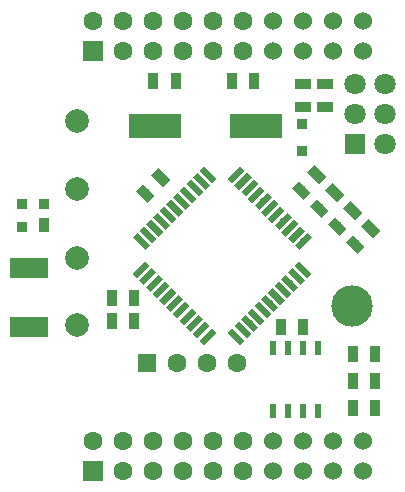
<source format=gbr>
G04 #@! TF.GenerationSoftware,KiCad,Pcbnew,5.0.0-fee4fd1~66~ubuntu16.04.1*
G04 #@! TF.CreationDate,2018-09-24T17:33:27+02:00*
G04 #@! TF.ProjectId,bus-module_atmega324,6275732D6D6F64756C655F61746D6567,B*
G04 #@! TF.SameCoordinates,Original*
G04 #@! TF.FileFunction,Soldermask,Top*
G04 #@! TF.FilePolarity,Negative*
%FSLAX46Y46*%
G04 Gerber Fmt 4.6, Leading zero omitted, Abs format (unit mm)*
G04 Created by KiCad (PCBNEW 5.0.0-fee4fd1~66~ubuntu16.04.1) date Mon Sep 24 17:33:27 2018*
%MOMM*%
%LPD*%
G01*
G04 APERTURE LIST*
%ADD10C,1.800000*%
%ADD11R,1.800000X1.800000*%
%ADD12R,0.508000X1.143000*%
%ADD13C,0.850000*%
%ADD14C,0.100000*%
%ADD15R,0.850000X0.850000*%
%ADD16R,0.850000X1.200000*%
%ADD17C,2.000000*%
%ADD18R,3.200400X1.780540*%
%ADD19C,1.600000*%
%ADD20R,1.600000X1.600000*%
%ADD21R,1.397000X0.889000*%
%ADD22R,0.889000X1.397000*%
%ADD23C,0.889000*%
%ADD24R,0.914400X0.914400*%
%ADD25R,4.500880X1.998980*%
%ADD26R,1.651000X1.651000*%
%ADD27C,1.600200*%
%ADD28C,1.524000*%
%ADD29C,3.500000*%
%ADD30C,0.550000*%
G04 APERTURE END LIST*
D10*
G04 #@! TO.C,J3*
X113290000Y-86262500D03*
X110750000Y-86262500D03*
X113290000Y-88802500D03*
X110750000Y-88802500D03*
X113290000Y-91342500D03*
D11*
X110750000Y-91342500D03*
G04 #@! TD*
D12*
G04 #@! TO.C,U3*
X103845000Y-108583000D03*
X105115000Y-108583000D03*
X106385000Y-108583000D03*
X103845000Y-113917000D03*
X105115000Y-113917000D03*
X106385000Y-113917000D03*
X107655000Y-108583000D03*
X107655000Y-113917000D03*
G04 #@! TD*
D13*
G04 #@! TO.C,D2*
X82540000Y-98307500D03*
D14*
G36*
X82965000Y-98732500D02*
X82115000Y-98732500D01*
X82115000Y-97882500D01*
X82965000Y-97882500D01*
X82965000Y-98732500D01*
X82965000Y-98732500D01*
G37*
D15*
X82540000Y-96407500D03*
X84440000Y-96407500D03*
D16*
X84440000Y-98127120D03*
G04 #@! TD*
D17*
G04 #@! TO.C,J8*
X87170000Y-89352500D03*
G04 #@! TD*
G04 #@! TO.C,J7*
X87170000Y-95152500D03*
G04 #@! TD*
G04 #@! TO.C,J6*
X87170000Y-100952500D03*
G04 #@! TD*
G04 #@! TO.C,J5*
X87170000Y-106652500D03*
G04 #@! TD*
D18*
G04 #@! TO.C,F1*
X83109000Y-106831700D03*
X83109000Y-101827900D03*
G04 #@! TD*
D19*
G04 #@! TO.C,U6*
X100762000Y-109803500D03*
X98222000Y-109803500D03*
X95682000Y-109803500D03*
D20*
X93142000Y-109803500D03*
G04 #@! TD*
D21*
G04 #@! TO.C,R6*
X106350000Y-88150000D03*
X106350000Y-86245000D03*
G04 #@! TD*
D22*
G04 #@! TO.C,R1*
X110547500Y-109041500D03*
X112452500Y-109041500D03*
G04 #@! TD*
G04 #@! TO.C,R5*
X110547500Y-111327500D03*
X112452500Y-111327500D03*
G04 #@! TD*
G04 #@! TO.C,L1*
X92062500Y-104342500D03*
X90157500Y-104342500D03*
G04 #@! TD*
D23*
G04 #@! TO.C,R4*
X109055519Y-95413981D03*
D14*
G36*
X109235124Y-96222204D02*
X108247296Y-95234376D01*
X108875914Y-94605758D01*
X109863742Y-95593586D01*
X109235124Y-96222204D01*
X109235124Y-96222204D01*
G37*
D23*
X107708481Y-96761019D03*
D14*
G36*
X107888086Y-97569242D02*
X106900258Y-96581414D01*
X107528876Y-95952796D01*
X108516704Y-96940624D01*
X107888086Y-97569242D01*
X107888086Y-97569242D01*
G37*
G04 #@! TD*
D23*
G04 #@! TO.C,R2*
X110579519Y-96937981D03*
D14*
G36*
X110759124Y-97746204D02*
X109771296Y-96758376D01*
X110399914Y-96129758D01*
X111387742Y-97117586D01*
X110759124Y-97746204D01*
X110759124Y-97746204D01*
G37*
D23*
X109232481Y-98285019D03*
D14*
G36*
X109412086Y-99093242D02*
X108424258Y-98105414D01*
X109052876Y-97476796D01*
X110040704Y-98464624D01*
X109412086Y-99093242D01*
X109412086Y-99093242D01*
G37*
G04 #@! TD*
D23*
G04 #@! TO.C,R3*
X112103519Y-98461981D03*
D14*
G36*
X112283124Y-99270204D02*
X111295296Y-98282376D01*
X111923914Y-97653758D01*
X112911742Y-98641586D01*
X112283124Y-99270204D01*
X112283124Y-99270204D01*
G37*
D23*
X110756481Y-99809019D03*
D14*
G36*
X110936086Y-100617242D02*
X109948258Y-99629414D01*
X110576876Y-99000796D01*
X111564704Y-99988624D01*
X110936086Y-100617242D01*
X110936086Y-100617242D01*
G37*
G04 #@! TD*
D23*
G04 #@! TO.C,C3*
X106184481Y-95237019D03*
D14*
G36*
X106004876Y-94428796D02*
X106992704Y-95416624D01*
X106364086Y-96045242D01*
X105376258Y-95057414D01*
X106004876Y-94428796D01*
X106004876Y-94428796D01*
G37*
D23*
X107531519Y-93889981D03*
D14*
G36*
X107351914Y-93081758D02*
X108339742Y-94069586D01*
X107711124Y-94698204D01*
X106723296Y-93710376D01*
X107351914Y-93081758D01*
X107351914Y-93081758D01*
G37*
G04 #@! TD*
D23*
G04 #@! TO.C,C4*
X92976481Y-95491019D03*
D14*
G36*
X92796876Y-94682796D02*
X93784704Y-95670624D01*
X93156086Y-96299242D01*
X92168258Y-95311414D01*
X92796876Y-94682796D01*
X92796876Y-94682796D01*
G37*
D23*
X94323519Y-94143981D03*
D14*
G36*
X94143914Y-93335758D02*
X95131742Y-94323586D01*
X94503124Y-94952204D01*
X93515296Y-93964376D01*
X94143914Y-93335758D01*
X94143914Y-93335758D01*
G37*
G04 #@! TD*
D22*
G04 #@! TO.C,C5*
X106352500Y-106800000D03*
X104447500Y-106800000D03*
G04 #@! TD*
G04 #@! TO.C,C6*
X112452500Y-113613500D03*
X110547500Y-113613500D03*
G04 #@! TD*
G04 #@! TO.C,C7*
X92062500Y-106247500D03*
X90157500Y-106247500D03*
G04 #@! TD*
D24*
G04 #@! TO.C,D1*
X106250000Y-91929520D03*
X106250000Y-89577480D03*
G04 #@! TD*
D21*
G04 #@! TO.C,C8*
X108250000Y-86245000D03*
X108250000Y-88150000D03*
G04 #@! TD*
D25*
G04 #@! TO.C,U2*
X93845580Y-89737500D03*
X102344420Y-89737500D03*
G04 #@! TD*
D22*
G04 #@! TO.C,C2*
X93650000Y-85927500D03*
X95555000Y-85927500D03*
G04 #@! TD*
G04 #@! TO.C,C1*
X102222500Y-85927500D03*
X100317500Y-85927500D03*
G04 #@! TD*
D26*
G04 #@! TO.C,J1*
X88570000Y-83387500D03*
D27*
X88570000Y-80847500D03*
X91110000Y-83387500D03*
X91110000Y-80847500D03*
X93650000Y-83387500D03*
X93650000Y-80847500D03*
X96190000Y-83387500D03*
X96190000Y-80847500D03*
X98730000Y-83387500D03*
X98730000Y-80847500D03*
X101270000Y-83387500D03*
X101270000Y-80847500D03*
D28*
X103810000Y-83387500D03*
X103810000Y-80847500D03*
X106350000Y-83387500D03*
X106350000Y-80847500D03*
X108890000Y-83387500D03*
X108890000Y-80847500D03*
X111430000Y-83387500D03*
X111430000Y-80847500D03*
G04 #@! TD*
D26*
G04 #@! TO.C,J2*
X88570000Y-118947500D03*
D27*
X88570000Y-116407500D03*
X91110000Y-118947500D03*
X91110000Y-116407500D03*
X93650000Y-118947500D03*
X93650000Y-116407500D03*
X96190000Y-118947500D03*
X96190000Y-116407500D03*
X98730000Y-118947500D03*
X98730000Y-116407500D03*
X101270000Y-118947500D03*
X101270000Y-116407500D03*
D28*
X103810000Y-118947500D03*
X103810000Y-116407500D03*
X106350000Y-118947500D03*
X106350000Y-116407500D03*
X108890000Y-118947500D03*
X108890000Y-116407500D03*
X111430000Y-118947500D03*
X111430000Y-116407500D03*
G04 #@! TD*
D29*
G04 #@! TO.C,H1*
X110500000Y-105000000D03*
G04 #@! TD*
D30*
G04 #@! TO.C,U1*
X106358936Y-99547918D03*
D14*
G36*
X106694812Y-98823134D02*
X107083720Y-99212042D01*
X106023060Y-100272702D01*
X105634152Y-99883794D01*
X106694812Y-98823134D01*
X106694812Y-98823134D01*
G37*
D30*
X105793250Y-98982233D03*
D14*
G36*
X106129126Y-98257449D02*
X106518034Y-98646357D01*
X105457374Y-99707017D01*
X105068466Y-99318109D01*
X106129126Y-98257449D01*
X106129126Y-98257449D01*
G37*
D30*
X105227565Y-98416548D03*
D14*
G36*
X105563441Y-97691764D02*
X105952349Y-98080672D01*
X104891689Y-99141332D01*
X104502781Y-98752424D01*
X105563441Y-97691764D01*
X105563441Y-97691764D01*
G37*
D30*
X104661880Y-97850862D03*
D14*
G36*
X104997756Y-97126078D02*
X105386664Y-97514986D01*
X104326004Y-98575646D01*
X103937096Y-98186738D01*
X104997756Y-97126078D01*
X104997756Y-97126078D01*
G37*
D30*
X104096194Y-97285177D03*
D14*
G36*
X104432070Y-96560393D02*
X104820978Y-96949301D01*
X103760318Y-98009961D01*
X103371410Y-97621053D01*
X104432070Y-96560393D01*
X104432070Y-96560393D01*
G37*
D30*
X103530509Y-96719491D03*
D14*
G36*
X103866385Y-95994707D02*
X104255293Y-96383615D01*
X103194633Y-97444275D01*
X102805725Y-97055367D01*
X103866385Y-95994707D01*
X103866385Y-95994707D01*
G37*
D30*
X102964823Y-96153806D03*
D14*
G36*
X103300699Y-95429022D02*
X103689607Y-95817930D01*
X102628947Y-96878590D01*
X102240039Y-96489682D01*
X103300699Y-95429022D01*
X103300699Y-95429022D01*
G37*
D30*
X102399138Y-95588120D03*
D14*
G36*
X102735014Y-94863336D02*
X103123922Y-95252244D01*
X102063262Y-96312904D01*
X101674354Y-95923996D01*
X102735014Y-94863336D01*
X102735014Y-94863336D01*
G37*
D30*
X101833452Y-95022435D03*
D14*
G36*
X102169328Y-94297651D02*
X102558236Y-94686559D01*
X101497576Y-95747219D01*
X101108668Y-95358311D01*
X102169328Y-94297651D01*
X102169328Y-94297651D01*
G37*
D30*
X101267767Y-94456750D03*
D14*
G36*
X101603643Y-93731966D02*
X101992551Y-94120874D01*
X100931891Y-95181534D01*
X100542983Y-94792626D01*
X101603643Y-93731966D01*
X101603643Y-93731966D01*
G37*
D30*
X100702082Y-93891064D03*
D14*
G36*
X101037958Y-93166280D02*
X101426866Y-93555188D01*
X100366206Y-94615848D01*
X99977298Y-94226940D01*
X101037958Y-93166280D01*
X101037958Y-93166280D01*
G37*
D30*
X98297918Y-93891064D03*
D14*
G36*
X97573134Y-93555188D02*
X97962042Y-93166280D01*
X99022702Y-94226940D01*
X98633794Y-94615848D01*
X97573134Y-93555188D01*
X97573134Y-93555188D01*
G37*
D30*
X97732233Y-94456750D03*
D14*
G36*
X97007449Y-94120874D02*
X97396357Y-93731966D01*
X98457017Y-94792626D01*
X98068109Y-95181534D01*
X97007449Y-94120874D01*
X97007449Y-94120874D01*
G37*
D30*
X97166548Y-95022435D03*
D14*
G36*
X96441764Y-94686559D02*
X96830672Y-94297651D01*
X97891332Y-95358311D01*
X97502424Y-95747219D01*
X96441764Y-94686559D01*
X96441764Y-94686559D01*
G37*
D30*
X96600862Y-95588120D03*
D14*
G36*
X95876078Y-95252244D02*
X96264986Y-94863336D01*
X97325646Y-95923996D01*
X96936738Y-96312904D01*
X95876078Y-95252244D01*
X95876078Y-95252244D01*
G37*
D30*
X96035177Y-96153806D03*
D14*
G36*
X95310393Y-95817930D02*
X95699301Y-95429022D01*
X96759961Y-96489682D01*
X96371053Y-96878590D01*
X95310393Y-95817930D01*
X95310393Y-95817930D01*
G37*
D30*
X95469491Y-96719491D03*
D14*
G36*
X94744707Y-96383615D02*
X95133615Y-95994707D01*
X96194275Y-97055367D01*
X95805367Y-97444275D01*
X94744707Y-96383615D01*
X94744707Y-96383615D01*
G37*
D30*
X94903806Y-97285177D03*
D14*
G36*
X94179022Y-96949301D02*
X94567930Y-96560393D01*
X95628590Y-97621053D01*
X95239682Y-98009961D01*
X94179022Y-96949301D01*
X94179022Y-96949301D01*
G37*
D30*
X94338120Y-97850862D03*
D14*
G36*
X93613336Y-97514986D02*
X94002244Y-97126078D01*
X95062904Y-98186738D01*
X94673996Y-98575646D01*
X93613336Y-97514986D01*
X93613336Y-97514986D01*
G37*
D30*
X93772435Y-98416548D03*
D14*
G36*
X93047651Y-98080672D02*
X93436559Y-97691764D01*
X94497219Y-98752424D01*
X94108311Y-99141332D01*
X93047651Y-98080672D01*
X93047651Y-98080672D01*
G37*
D30*
X93206750Y-98982233D03*
D14*
G36*
X92481966Y-98646357D02*
X92870874Y-98257449D01*
X93931534Y-99318109D01*
X93542626Y-99707017D01*
X92481966Y-98646357D01*
X92481966Y-98646357D01*
G37*
D30*
X92641064Y-99547918D03*
D14*
G36*
X91916280Y-99212042D02*
X92305188Y-98823134D01*
X93365848Y-99883794D01*
X92976940Y-100272702D01*
X91916280Y-99212042D01*
X91916280Y-99212042D01*
G37*
D30*
X92641064Y-101952082D03*
D14*
G36*
X92976940Y-101227298D02*
X93365848Y-101616206D01*
X92305188Y-102676866D01*
X91916280Y-102287958D01*
X92976940Y-101227298D01*
X92976940Y-101227298D01*
G37*
D30*
X93206750Y-102517767D03*
D14*
G36*
X93542626Y-101792983D02*
X93931534Y-102181891D01*
X92870874Y-103242551D01*
X92481966Y-102853643D01*
X93542626Y-101792983D01*
X93542626Y-101792983D01*
G37*
D30*
X93772435Y-103083452D03*
D14*
G36*
X94108311Y-102358668D02*
X94497219Y-102747576D01*
X93436559Y-103808236D01*
X93047651Y-103419328D01*
X94108311Y-102358668D01*
X94108311Y-102358668D01*
G37*
D30*
X94338120Y-103649138D03*
D14*
G36*
X94673996Y-102924354D02*
X95062904Y-103313262D01*
X94002244Y-104373922D01*
X93613336Y-103985014D01*
X94673996Y-102924354D01*
X94673996Y-102924354D01*
G37*
D30*
X94903806Y-104214823D03*
D14*
G36*
X95239682Y-103490039D02*
X95628590Y-103878947D01*
X94567930Y-104939607D01*
X94179022Y-104550699D01*
X95239682Y-103490039D01*
X95239682Y-103490039D01*
G37*
D30*
X95469491Y-104780509D03*
D14*
G36*
X95805367Y-104055725D02*
X96194275Y-104444633D01*
X95133615Y-105505293D01*
X94744707Y-105116385D01*
X95805367Y-104055725D01*
X95805367Y-104055725D01*
G37*
D30*
X96035177Y-105346194D03*
D14*
G36*
X96371053Y-104621410D02*
X96759961Y-105010318D01*
X95699301Y-106070978D01*
X95310393Y-105682070D01*
X96371053Y-104621410D01*
X96371053Y-104621410D01*
G37*
D30*
X96600862Y-105911880D03*
D14*
G36*
X96936738Y-105187096D02*
X97325646Y-105576004D01*
X96264986Y-106636664D01*
X95876078Y-106247756D01*
X96936738Y-105187096D01*
X96936738Y-105187096D01*
G37*
D30*
X97166548Y-106477565D03*
D14*
G36*
X97502424Y-105752781D02*
X97891332Y-106141689D01*
X96830672Y-107202349D01*
X96441764Y-106813441D01*
X97502424Y-105752781D01*
X97502424Y-105752781D01*
G37*
D30*
X97732233Y-107043250D03*
D14*
G36*
X98068109Y-106318466D02*
X98457017Y-106707374D01*
X97396357Y-107768034D01*
X97007449Y-107379126D01*
X98068109Y-106318466D01*
X98068109Y-106318466D01*
G37*
D30*
X98297918Y-107608936D03*
D14*
G36*
X98633794Y-106884152D02*
X99022702Y-107273060D01*
X97962042Y-108333720D01*
X97573134Y-107944812D01*
X98633794Y-106884152D01*
X98633794Y-106884152D01*
G37*
D30*
X100702082Y-107608936D03*
D14*
G36*
X99977298Y-107273060D02*
X100366206Y-106884152D01*
X101426866Y-107944812D01*
X101037958Y-108333720D01*
X99977298Y-107273060D01*
X99977298Y-107273060D01*
G37*
D30*
X101267767Y-107043250D03*
D14*
G36*
X100542983Y-106707374D02*
X100931891Y-106318466D01*
X101992551Y-107379126D01*
X101603643Y-107768034D01*
X100542983Y-106707374D01*
X100542983Y-106707374D01*
G37*
D30*
X101833452Y-106477565D03*
D14*
G36*
X101108668Y-106141689D02*
X101497576Y-105752781D01*
X102558236Y-106813441D01*
X102169328Y-107202349D01*
X101108668Y-106141689D01*
X101108668Y-106141689D01*
G37*
D30*
X102399138Y-105911880D03*
D14*
G36*
X101674354Y-105576004D02*
X102063262Y-105187096D01*
X103123922Y-106247756D01*
X102735014Y-106636664D01*
X101674354Y-105576004D01*
X101674354Y-105576004D01*
G37*
D30*
X102964823Y-105346194D03*
D14*
G36*
X102240039Y-105010318D02*
X102628947Y-104621410D01*
X103689607Y-105682070D01*
X103300699Y-106070978D01*
X102240039Y-105010318D01*
X102240039Y-105010318D01*
G37*
D30*
X103530509Y-104780509D03*
D14*
G36*
X102805725Y-104444633D02*
X103194633Y-104055725D01*
X104255293Y-105116385D01*
X103866385Y-105505293D01*
X102805725Y-104444633D01*
X102805725Y-104444633D01*
G37*
D30*
X104096194Y-104214823D03*
D14*
G36*
X103371410Y-103878947D02*
X103760318Y-103490039D01*
X104820978Y-104550699D01*
X104432070Y-104939607D01*
X103371410Y-103878947D01*
X103371410Y-103878947D01*
G37*
D30*
X104661880Y-103649138D03*
D14*
G36*
X103937096Y-103313262D02*
X104326004Y-102924354D01*
X105386664Y-103985014D01*
X104997756Y-104373922D01*
X103937096Y-103313262D01*
X103937096Y-103313262D01*
G37*
D30*
X105227565Y-103083452D03*
D14*
G36*
X104502781Y-102747576D02*
X104891689Y-102358668D01*
X105952349Y-103419328D01*
X105563441Y-103808236D01*
X104502781Y-102747576D01*
X104502781Y-102747576D01*
G37*
D30*
X105793250Y-102517767D03*
D14*
G36*
X105068466Y-102181891D02*
X105457374Y-101792983D01*
X106518034Y-102853643D01*
X106129126Y-103242551D01*
X105068466Y-102181891D01*
X105068466Y-102181891D01*
G37*
D30*
X106358936Y-101952082D03*
D14*
G36*
X105634152Y-101616206D02*
X106023060Y-101227298D01*
X107083720Y-102287958D01*
X106694812Y-102676866D01*
X105634152Y-101616206D01*
X105634152Y-101616206D01*
G37*
G04 #@! TD*
M02*

</source>
